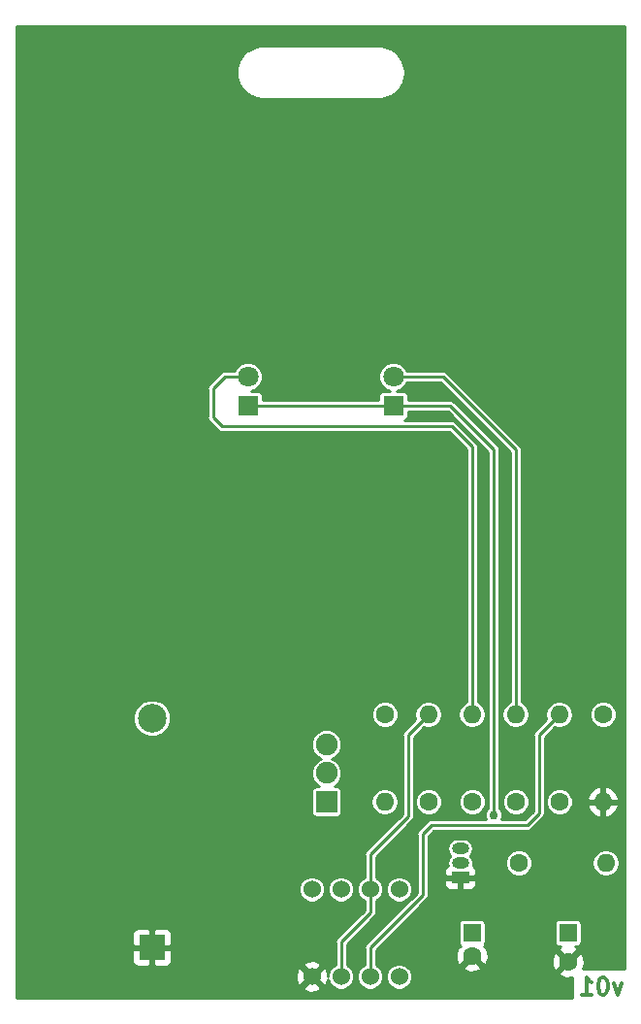
<source format=gbl>
G04 #@! TF.GenerationSoftware,KiCad,Pcbnew,(5.0.2)-1*
G04 #@! TF.CreationDate,2019-01-01T16:04:13-08:00*
G04 #@! TF.ProjectId,555_Badge,3535355f-4261-4646-9765-2e6b69636164,v01*
G04 #@! TF.SameCoordinates,Original*
G04 #@! TF.FileFunction,Copper,L2,Bot*
G04 #@! TF.FilePolarity,Positive*
%FSLAX46Y46*%
G04 Gerber Fmt 4.6, Leading zero omitted, Abs format (unit mm)*
G04 Created by KiCad (PCBNEW (5.0.2)-1) date 1/1/2019 4:04:13 PM*
%MOMM*%
%LPD*%
G01*
G04 APERTURE LIST*
G04 #@! TA.AperFunction,NonConductor*
%ADD10C,0.300000*%
G04 #@! TD*
G04 #@! TA.AperFunction,ComponentPad*
%ADD11R,2.170000X2.170000*%
G04 #@! TD*
G04 #@! TA.AperFunction,ComponentPad*
%ADD12C,2.500000*%
G04 #@! TD*
G04 #@! TA.AperFunction,ComponentPad*
%ADD13R,1.600000X1.600000*%
G04 #@! TD*
G04 #@! TA.AperFunction,ComponentPad*
%ADD14C,1.600000*%
G04 #@! TD*
G04 #@! TA.AperFunction,ComponentPad*
%ADD15R,1.800000X1.800000*%
G04 #@! TD*
G04 #@! TA.AperFunction,ComponentPad*
%ADD16C,1.800000*%
G04 #@! TD*
G04 #@! TA.AperFunction,ComponentPad*
%ADD17O,1.500000X1.000000*%
G04 #@! TD*
G04 #@! TA.AperFunction,ComponentPad*
%ADD18R,1.500000X1.000000*%
G04 #@! TD*
G04 #@! TA.AperFunction,ComponentPad*
%ADD19O,1.600000X1.600000*%
G04 #@! TD*
G04 #@! TA.AperFunction,ComponentPad*
%ADD20R,1.900000X1.900000*%
G04 #@! TD*
G04 #@! TA.AperFunction,ComponentPad*
%ADD21C,1.900000*%
G04 #@! TD*
G04 #@! TA.AperFunction,ComponentPad*
%ADD22C,1.524000*%
G04 #@! TD*
G04 #@! TA.AperFunction,ViaPad*
%ADD23C,0.762000*%
G04 #@! TD*
G04 #@! TA.AperFunction,Conductor*
%ADD24C,0.254000*%
G04 #@! TD*
G04 APERTURE END LIST*
D10*
X180220714Y-125281571D02*
X179863571Y-126281571D01*
X179506428Y-125281571D01*
X178649285Y-124781571D02*
X178506428Y-124781571D01*
X178363571Y-124853000D01*
X178292142Y-124924428D01*
X178220714Y-125067285D01*
X178149285Y-125353000D01*
X178149285Y-125710142D01*
X178220714Y-125995857D01*
X178292142Y-126138714D01*
X178363571Y-126210142D01*
X178506428Y-126281571D01*
X178649285Y-126281571D01*
X178792142Y-126210142D01*
X178863571Y-126138714D01*
X178935000Y-125995857D01*
X179006428Y-125710142D01*
X179006428Y-125353000D01*
X178935000Y-125067285D01*
X178863571Y-124924428D01*
X178792142Y-124853000D01*
X178649285Y-124781571D01*
X176720714Y-126281571D02*
X177577857Y-126281571D01*
X177149285Y-126281571D02*
X177149285Y-124781571D01*
X177292142Y-124995857D01*
X177435000Y-125138714D01*
X177577857Y-125210142D01*
D11*
G04 #@! TO.P,BAT1,Neg*
G04 #@! TO.N,GND*
X139192000Y-122174000D03*
D12*
G04 #@! TO.P,BAT1,Pos*
G04 #@! TO.N,Net-(BAT1-PadPos)*
X139192000Y-102174000D03*
G04 #@! TD*
D13*
G04 #@! TO.P,C1,1*
G04 #@! TO.N,Net-(C1-Pad1)*
X167132000Y-120904000D03*
D14*
G04 #@! TO.P,C1,2*
G04 #@! TO.N,GND*
X167132000Y-122904000D03*
G04 #@! TD*
D13*
G04 #@! TO.P,C2,1*
G04 #@! TO.N,Net-(C2-Pad1)*
X175514000Y-120904000D03*
D14*
G04 #@! TO.P,C2,2*
G04 #@! TO.N,GND*
X175514000Y-123404000D03*
G04 #@! TD*
D15*
G04 #@! TO.P,D1,1*
G04 #@! TO.N,Net-(D1-Pad1)*
X147574000Y-74930000D03*
D16*
G04 #@! TO.P,D1,2*
G04 #@! TO.N,Net-(D1-Pad2)*
X147574000Y-72390000D03*
G04 #@! TD*
G04 #@! TO.P,D2,2*
G04 #@! TO.N,Net-(D2-Pad2)*
X160274000Y-72390000D03*
D15*
G04 #@! TO.P,D2,1*
G04 #@! TO.N,Net-(D1-Pad1)*
X160274000Y-74930000D03*
G04 #@! TD*
D17*
G04 #@! TO.P,Q1,2*
G04 #@! TO.N,Net-(Q1-Pad2)*
X166116000Y-114808000D03*
G04 #@! TO.P,Q1,3*
G04 #@! TO.N,Net-(D1-Pad1)*
X166116000Y-113538000D03*
D18*
G04 #@! TO.P,Q1,1*
G04 #@! TO.N,GND*
X166116000Y-116078000D03*
G04 #@! TD*
D14*
G04 #@! TO.P,R1,1*
G04 #@! TO.N,VCC*
X159512000Y-101854000D03*
D19*
G04 #@! TO.P,R1,2*
G04 #@! TO.N,Net-(R1-Pad2)*
X159512000Y-109474000D03*
G04 #@! TD*
G04 #@! TO.P,R2,2*
G04 #@! TO.N,Net-(C1-Pad1)*
X163322000Y-101854000D03*
D14*
G04 #@! TO.P,R2,1*
G04 #@! TO.N,Net-(R1-Pad2)*
X163322000Y-109474000D03*
G04 #@! TD*
G04 #@! TO.P,R3,1*
G04 #@! TO.N,Net-(C2-Pad1)*
X174752000Y-109474000D03*
D19*
G04 #@! TO.P,R3,2*
G04 #@! TO.N,Net-(R3-Pad2)*
X174752000Y-101854000D03*
G04 #@! TD*
D14*
G04 #@! TO.P,R4,1*
G04 #@! TO.N,Net-(C2-Pad1)*
X178562000Y-101854000D03*
D19*
G04 #@! TO.P,R4,2*
G04 #@! TO.N,GND*
X178562000Y-109474000D03*
G04 #@! TD*
G04 #@! TO.P,R5,2*
G04 #@! TO.N,Net-(C2-Pad1)*
X178816000Y-114808000D03*
D14*
G04 #@! TO.P,R5,1*
G04 #@! TO.N,Net-(Q1-Pad2)*
X171196000Y-114808000D03*
G04 #@! TD*
G04 #@! TO.P,R6,1*
G04 #@! TO.N,VCC*
X167132000Y-109474000D03*
D19*
G04 #@! TO.P,R6,2*
G04 #@! TO.N,Net-(D1-Pad2)*
X167132000Y-101854000D03*
G04 #@! TD*
G04 #@! TO.P,R7,2*
G04 #@! TO.N,Net-(D2-Pad2)*
X170942000Y-101854000D03*
D14*
G04 #@! TO.P,R7,1*
G04 #@! TO.N,VCC*
X170942000Y-109474000D03*
G04 #@! TD*
D20*
G04 #@! TO.P,S1,1*
G04 #@! TO.N,Net-(S1-Pad1)*
X154432000Y-109474000D03*
D21*
G04 #@! TO.P,S1,2*
G04 #@! TO.N,VCC*
X154432000Y-106974000D03*
G04 #@! TO.P,S1,3*
G04 #@! TO.N,Net-(BAT1-PadPos)*
X154432000Y-104474000D03*
G04 #@! TD*
D22*
G04 #@! TO.P,U1,8*
G04 #@! TO.N,VCC*
X153162000Y-117094000D03*
G04 #@! TO.P,U1,7*
G04 #@! TO.N,Net-(R1-Pad2)*
X155702000Y-117094000D03*
G04 #@! TO.P,U1,6*
G04 #@! TO.N,Net-(C1-Pad1)*
X158242000Y-117094000D03*
G04 #@! TO.P,U1,5*
G04 #@! TO.N,Net-(U1-Pad5)*
X160782000Y-117094000D03*
G04 #@! TO.P,U1,4*
G04 #@! TO.N,VCC*
X160782000Y-124714000D03*
G04 #@! TO.P,U1,3*
G04 #@! TO.N,Net-(R3-Pad2)*
X158242000Y-124714000D03*
G04 #@! TO.P,U1,2*
G04 #@! TO.N,Net-(C1-Pad1)*
X155702000Y-124714000D03*
G04 #@! TO.P,U1,1*
G04 #@! TO.N,GND*
X153162000Y-124714000D03*
G04 #@! TD*
D23*
G04 #@! TO.N,Net-(D1-Pad1)*
X169037000Y-110617000D03*
G04 #@! TD*
D24*
G04 #@! TO.N,Net-(C1-Pad1)*
X158242000Y-117094000D02*
X158242000Y-119126000D01*
X158242000Y-119126000D02*
X155702000Y-121666000D01*
X155702000Y-121666000D02*
X155702000Y-124714000D01*
X161544000Y-103632000D02*
X163322000Y-101854000D01*
X161544000Y-110744000D02*
X161544000Y-103632000D01*
X158242000Y-117094000D02*
X158242000Y-114046000D01*
X158242000Y-114046000D02*
X161544000Y-110744000D01*
G04 #@! TO.N,Net-(D1-Pad1)*
X148728000Y-74930000D02*
X160274000Y-74930000D01*
X147574000Y-74930000D02*
X148728000Y-74930000D01*
X165227000Y-74930000D02*
X160274000Y-74930000D01*
X169037000Y-101727000D02*
X169037000Y-78740000D01*
X169037000Y-78740000D02*
X165227000Y-74930000D01*
X169037000Y-101727000D02*
X169037000Y-110617000D01*
G04 #@! TO.N,Net-(D1-Pad2)*
X167132000Y-78486000D02*
X167132000Y-101854000D01*
X145542000Y-72390000D02*
X144526000Y-73406000D01*
X147574000Y-72390000D02*
X145542000Y-72390000D01*
X144526000Y-73406000D02*
X144526000Y-75946000D01*
X144526000Y-75946000D02*
X145288000Y-76708000D01*
X145288000Y-76708000D02*
X165354000Y-76708000D01*
X165354000Y-76708000D02*
X167132000Y-78486000D01*
G04 #@! TO.N,Net-(D2-Pad2)*
X170942000Y-101854000D02*
X170942000Y-78740000D01*
X170942000Y-78740000D02*
X164592000Y-72390000D01*
X164592000Y-72390000D02*
X160274000Y-72390000D01*
G04 #@! TO.N,Net-(R3-Pad2)*
X172974000Y-103632000D02*
X174752000Y-101854000D01*
X172974000Y-110490000D02*
X172974000Y-103632000D01*
X158242000Y-122174000D02*
X162814000Y-117602000D01*
X158242000Y-124714000D02*
X158242000Y-122174000D01*
X162814000Y-117602000D02*
X162814000Y-112268000D01*
X162814000Y-112268000D02*
X163576000Y-111506000D01*
X163576000Y-111506000D02*
X171958000Y-111506000D01*
X171958000Y-111506000D02*
X172974000Y-110490000D01*
G04 #@! TD*
G04 #@! TO.N,GND*
G36*
X180454301Y-124067000D02*
X176800575Y-124067000D01*
X176960965Y-123620777D01*
X176933778Y-123050546D01*
X176767864Y-122649995D01*
X176521745Y-122575861D01*
X175693605Y-123404000D01*
X175707748Y-123418142D01*
X175528142Y-123597748D01*
X175514000Y-123583605D01*
X174685861Y-124411745D01*
X174759995Y-124657864D01*
X175297223Y-124850965D01*
X175867454Y-124823778D01*
X175904000Y-124808640D01*
X175904000Y-126606300D01*
X127393700Y-126606300D01*
X127393700Y-125694213D01*
X152361392Y-125694213D01*
X152430857Y-125936397D01*
X152954302Y-126123144D01*
X153509368Y-126095362D01*
X153893143Y-125936397D01*
X153962608Y-125694213D01*
X153162000Y-124893605D01*
X152361392Y-125694213D01*
X127393700Y-125694213D01*
X127393700Y-124506302D01*
X151752856Y-124506302D01*
X151780638Y-125061368D01*
X151939603Y-125445143D01*
X152181787Y-125514608D01*
X152982395Y-124714000D01*
X153341605Y-124714000D01*
X154142213Y-125514608D01*
X154384397Y-125445143D01*
X154561756Y-124948011D01*
X154733011Y-125361458D01*
X155054542Y-125682989D01*
X155474643Y-125857000D01*
X155929357Y-125857000D01*
X156349458Y-125682989D01*
X156670989Y-125361458D01*
X156845000Y-124941357D01*
X156845000Y-124486643D01*
X156670989Y-124066542D01*
X156349458Y-123745011D01*
X156210000Y-123687246D01*
X156210000Y-121876420D01*
X158565832Y-119520588D01*
X158608247Y-119492247D01*
X158720525Y-119324212D01*
X158750000Y-119176032D01*
X158750000Y-119176029D01*
X158759951Y-119126001D01*
X158750000Y-119075973D01*
X158750000Y-118120754D01*
X158889458Y-118062989D01*
X159210989Y-117741458D01*
X159385000Y-117321357D01*
X159385000Y-116866643D01*
X159639000Y-116866643D01*
X159639000Y-117321357D01*
X159813011Y-117741458D01*
X160134542Y-118062989D01*
X160554643Y-118237000D01*
X161009357Y-118237000D01*
X161429458Y-118062989D01*
X161750989Y-117741458D01*
X161925000Y-117321357D01*
X161925000Y-116866643D01*
X161750989Y-116446542D01*
X161429458Y-116125011D01*
X161009357Y-115951000D01*
X160554643Y-115951000D01*
X160134542Y-116125011D01*
X159813011Y-116446542D01*
X159639000Y-116866643D01*
X159385000Y-116866643D01*
X159210989Y-116446542D01*
X158889458Y-116125011D01*
X158750000Y-116067246D01*
X158750000Y-114256420D01*
X161867836Y-111138585D01*
X161910247Y-111110247D01*
X161938586Y-111067835D01*
X161938588Y-111067833D01*
X162022525Y-110942212D01*
X162022525Y-110942211D01*
X162052000Y-110794032D01*
X162052000Y-110794029D01*
X162061951Y-110744001D01*
X162052000Y-110693973D01*
X162052000Y-109239085D01*
X162141000Y-109239085D01*
X162141000Y-109708915D01*
X162320797Y-110142983D01*
X162653017Y-110475203D01*
X163087085Y-110655000D01*
X163556915Y-110655000D01*
X163990983Y-110475203D01*
X164323203Y-110142983D01*
X164503000Y-109708915D01*
X164503000Y-109239085D01*
X165951000Y-109239085D01*
X165951000Y-109708915D01*
X166130797Y-110142983D01*
X166463017Y-110475203D01*
X166897085Y-110655000D01*
X167366915Y-110655000D01*
X167800983Y-110475203D01*
X168133203Y-110142983D01*
X168313000Y-109708915D01*
X168313000Y-109239085D01*
X168133203Y-108805017D01*
X167800983Y-108472797D01*
X167366915Y-108293000D01*
X166897085Y-108293000D01*
X166463017Y-108472797D01*
X166130797Y-108805017D01*
X165951000Y-109239085D01*
X164503000Y-109239085D01*
X164323203Y-108805017D01*
X163990983Y-108472797D01*
X163556915Y-108293000D01*
X163087085Y-108293000D01*
X162653017Y-108472797D01*
X162320797Y-108805017D01*
X162141000Y-109239085D01*
X162052000Y-109239085D01*
X162052000Y-103842420D01*
X162916869Y-102977552D01*
X163205682Y-103035000D01*
X163438318Y-103035000D01*
X163782803Y-102966478D01*
X164173453Y-102705453D01*
X164434478Y-102314803D01*
X164526137Y-101854000D01*
X164434478Y-101393197D01*
X164173453Y-101002547D01*
X163782803Y-100741522D01*
X163438318Y-100673000D01*
X163205682Y-100673000D01*
X162861197Y-100741522D01*
X162470547Y-101002547D01*
X162209522Y-101393197D01*
X162117863Y-101854000D01*
X162198448Y-102259131D01*
X161220166Y-103237414D01*
X161177754Y-103265753D01*
X161149415Y-103308165D01*
X161149412Y-103308168D01*
X161065475Y-103433789D01*
X161026049Y-103632000D01*
X161036001Y-103682033D01*
X161036000Y-110533579D01*
X157918166Y-113651414D01*
X157875754Y-113679753D01*
X157847415Y-113722165D01*
X157847412Y-113722168D01*
X157763475Y-113847789D01*
X157724049Y-114046000D01*
X157734001Y-114096033D01*
X157734000Y-116067246D01*
X157594542Y-116125011D01*
X157273011Y-116446542D01*
X157099000Y-116866643D01*
X157099000Y-117321357D01*
X157273011Y-117741458D01*
X157594542Y-118062989D01*
X157734001Y-118120754D01*
X157734001Y-118915579D01*
X155378168Y-121271412D01*
X155335753Y-121299753D01*
X155223475Y-121467789D01*
X155194000Y-121615969D01*
X155194000Y-121615972D01*
X155184049Y-121666000D01*
X155194000Y-121716028D01*
X155194001Y-123687246D01*
X155054542Y-123745011D01*
X154733011Y-124066542D01*
X154559000Y-124486643D01*
X154559000Y-124679069D01*
X154543362Y-124366632D01*
X154384397Y-123982857D01*
X154142213Y-123913392D01*
X153341605Y-124714000D01*
X152982395Y-124714000D01*
X152181787Y-123913392D01*
X151939603Y-123982857D01*
X151752856Y-124506302D01*
X127393700Y-124506302D01*
X127393700Y-122459750D01*
X137472000Y-122459750D01*
X137472000Y-123385309D01*
X137568673Y-123618698D01*
X137747301Y-123797327D01*
X137980690Y-123894000D01*
X138906250Y-123894000D01*
X139065000Y-123735250D01*
X139065000Y-122301000D01*
X139319000Y-122301000D01*
X139319000Y-123735250D01*
X139477750Y-123894000D01*
X140403310Y-123894000D01*
X140636699Y-123797327D01*
X140700238Y-123733787D01*
X152361392Y-123733787D01*
X153162000Y-124534395D01*
X153962608Y-123733787D01*
X153893143Y-123491603D01*
X153369698Y-123304856D01*
X152814632Y-123332638D01*
X152430857Y-123491603D01*
X152361392Y-123733787D01*
X140700238Y-123733787D01*
X140815327Y-123618698D01*
X140912000Y-123385309D01*
X140912000Y-122459750D01*
X140753250Y-122301000D01*
X139319000Y-122301000D01*
X139065000Y-122301000D01*
X137630750Y-122301000D01*
X137472000Y-122459750D01*
X127393700Y-122459750D01*
X127393700Y-120962691D01*
X137472000Y-120962691D01*
X137472000Y-121888250D01*
X137630750Y-122047000D01*
X139065000Y-122047000D01*
X139065000Y-120612750D01*
X139319000Y-120612750D01*
X139319000Y-122047000D01*
X140753250Y-122047000D01*
X140912000Y-121888250D01*
X140912000Y-120962691D01*
X140815327Y-120729302D01*
X140636699Y-120550673D01*
X140403310Y-120454000D01*
X139477750Y-120454000D01*
X139319000Y-120612750D01*
X139065000Y-120612750D01*
X138906250Y-120454000D01*
X137980690Y-120454000D01*
X137747301Y-120550673D01*
X137568673Y-120729302D01*
X137472000Y-120962691D01*
X127393700Y-120962691D01*
X127393700Y-116866643D01*
X152019000Y-116866643D01*
X152019000Y-117321357D01*
X152193011Y-117741458D01*
X152514542Y-118062989D01*
X152934643Y-118237000D01*
X153389357Y-118237000D01*
X153809458Y-118062989D01*
X154130989Y-117741458D01*
X154305000Y-117321357D01*
X154305000Y-116866643D01*
X154559000Y-116866643D01*
X154559000Y-117321357D01*
X154733011Y-117741458D01*
X155054542Y-118062989D01*
X155474643Y-118237000D01*
X155929357Y-118237000D01*
X156349458Y-118062989D01*
X156670989Y-117741458D01*
X156845000Y-117321357D01*
X156845000Y-116866643D01*
X156670989Y-116446542D01*
X156349458Y-116125011D01*
X155929357Y-115951000D01*
X155474643Y-115951000D01*
X155054542Y-116125011D01*
X154733011Y-116446542D01*
X154559000Y-116866643D01*
X154305000Y-116866643D01*
X154130989Y-116446542D01*
X153809458Y-116125011D01*
X153389357Y-115951000D01*
X152934643Y-115951000D01*
X152514542Y-116125011D01*
X152193011Y-116446542D01*
X152019000Y-116866643D01*
X127393700Y-116866643D01*
X127393700Y-108524000D01*
X153093536Y-108524000D01*
X153093536Y-110424000D01*
X153123106Y-110572659D01*
X153207314Y-110698686D01*
X153333341Y-110782894D01*
X153482000Y-110812464D01*
X155382000Y-110812464D01*
X155530659Y-110782894D01*
X155656686Y-110698686D01*
X155740894Y-110572659D01*
X155770464Y-110424000D01*
X155770464Y-109474000D01*
X158307863Y-109474000D01*
X158399522Y-109934803D01*
X158660547Y-110325453D01*
X159051197Y-110586478D01*
X159395682Y-110655000D01*
X159628318Y-110655000D01*
X159972803Y-110586478D01*
X160363453Y-110325453D01*
X160624478Y-109934803D01*
X160716137Y-109474000D01*
X160624478Y-109013197D01*
X160363453Y-108622547D01*
X159972803Y-108361522D01*
X159628318Y-108293000D01*
X159395682Y-108293000D01*
X159051197Y-108361522D01*
X158660547Y-108622547D01*
X158399522Y-109013197D01*
X158307863Y-109474000D01*
X155770464Y-109474000D01*
X155770464Y-108524000D01*
X155740894Y-108375341D01*
X155656686Y-108249314D01*
X155530659Y-108165106D01*
X155382000Y-108135536D01*
X155105874Y-108135536D01*
X155185951Y-108102367D01*
X155560367Y-107727951D01*
X155763000Y-107238752D01*
X155763000Y-106709248D01*
X155560367Y-106220049D01*
X155185951Y-105845633D01*
X154892303Y-105724000D01*
X155185951Y-105602367D01*
X155560367Y-105227951D01*
X155763000Y-104738752D01*
X155763000Y-104209248D01*
X155560367Y-103720049D01*
X155185951Y-103345633D01*
X154696752Y-103143000D01*
X154167248Y-103143000D01*
X153678049Y-103345633D01*
X153303633Y-103720049D01*
X153101000Y-104209248D01*
X153101000Y-104738752D01*
X153303633Y-105227951D01*
X153678049Y-105602367D01*
X153971697Y-105724000D01*
X153678049Y-105845633D01*
X153303633Y-106220049D01*
X153101000Y-106709248D01*
X153101000Y-107238752D01*
X153303633Y-107727951D01*
X153678049Y-108102367D01*
X153758126Y-108135536D01*
X153482000Y-108135536D01*
X153333341Y-108165106D01*
X153207314Y-108249314D01*
X153123106Y-108375341D01*
X153093536Y-108524000D01*
X127393700Y-108524000D01*
X127393700Y-101849574D01*
X137561000Y-101849574D01*
X137561000Y-102498426D01*
X137809305Y-103097887D01*
X138268113Y-103556695D01*
X138867574Y-103805000D01*
X139516426Y-103805000D01*
X140115887Y-103556695D01*
X140574695Y-103097887D01*
X140823000Y-102498426D01*
X140823000Y-101849574D01*
X140727529Y-101619085D01*
X158331000Y-101619085D01*
X158331000Y-102088915D01*
X158510797Y-102522983D01*
X158843017Y-102855203D01*
X159277085Y-103035000D01*
X159746915Y-103035000D01*
X160180983Y-102855203D01*
X160513203Y-102522983D01*
X160693000Y-102088915D01*
X160693000Y-101619085D01*
X160513203Y-101185017D01*
X160180983Y-100852797D01*
X159746915Y-100673000D01*
X159277085Y-100673000D01*
X158843017Y-100852797D01*
X158510797Y-101185017D01*
X158331000Y-101619085D01*
X140727529Y-101619085D01*
X140574695Y-101250113D01*
X140115887Y-100791305D01*
X139516426Y-100543000D01*
X138867574Y-100543000D01*
X138268113Y-100791305D01*
X137809305Y-101250113D01*
X137561000Y-101849574D01*
X127393700Y-101849574D01*
X127393700Y-73406000D01*
X144008049Y-73406000D01*
X144018000Y-73456028D01*
X144018001Y-75895967D01*
X144008049Y-75946000D01*
X144047475Y-76144211D01*
X144131412Y-76269832D01*
X144131415Y-76269835D01*
X144159754Y-76312247D01*
X144202166Y-76340586D01*
X144893414Y-77031835D01*
X144921753Y-77074247D01*
X144964165Y-77102586D01*
X144964167Y-77102588D01*
X145089788Y-77186525D01*
X145237968Y-77216000D01*
X145237972Y-77216000D01*
X145288000Y-77225951D01*
X145338028Y-77216000D01*
X165143580Y-77216000D01*
X166624000Y-78696421D01*
X166624001Y-100773058D01*
X166280547Y-101002547D01*
X166019522Y-101393197D01*
X165927863Y-101854000D01*
X166019522Y-102314803D01*
X166280547Y-102705453D01*
X166671197Y-102966478D01*
X167015682Y-103035000D01*
X167248318Y-103035000D01*
X167592803Y-102966478D01*
X167983453Y-102705453D01*
X168244478Y-102314803D01*
X168336137Y-101854000D01*
X168244478Y-101393197D01*
X167983453Y-101002547D01*
X167640000Y-100773058D01*
X167640000Y-78536028D01*
X167649951Y-78486000D01*
X167640000Y-78435972D01*
X167640000Y-78435968D01*
X167610525Y-78287788D01*
X167566599Y-78222048D01*
X167526588Y-78162167D01*
X167526586Y-78162165D01*
X167498247Y-78119753D01*
X167455836Y-78091415D01*
X165748587Y-76384167D01*
X165720247Y-76341753D01*
X165552212Y-76229475D01*
X165404032Y-76200000D01*
X165404028Y-76200000D01*
X165354000Y-76190049D01*
X165303972Y-76200000D01*
X161266825Y-76200000D01*
X161322659Y-76188894D01*
X161448686Y-76104686D01*
X161532894Y-75978659D01*
X161562464Y-75830000D01*
X161562464Y-75438000D01*
X165016580Y-75438000D01*
X168529001Y-78950422D01*
X168529000Y-101676968D01*
X168529000Y-101676969D01*
X168529001Y-110047369D01*
X168391008Y-110185362D01*
X168275000Y-110465429D01*
X168275000Y-110768571D01*
X168370033Y-110998000D01*
X163626028Y-110998000D01*
X163576000Y-110988049D01*
X163525972Y-110998000D01*
X163525968Y-110998000D01*
X163377788Y-111027475D01*
X163252167Y-111111412D01*
X163252165Y-111111414D01*
X163209753Y-111139753D01*
X163181414Y-111182165D01*
X162490166Y-111873414D01*
X162447754Y-111901753D01*
X162419415Y-111944165D01*
X162419412Y-111944168D01*
X162335475Y-112069789D01*
X162296049Y-112268000D01*
X162306001Y-112318033D01*
X162306000Y-117391580D01*
X157918166Y-121779414D01*
X157875754Y-121807753D01*
X157847415Y-121850165D01*
X157847412Y-121850168D01*
X157763475Y-121975789D01*
X157724049Y-122174000D01*
X157734001Y-122224033D01*
X157734000Y-123687246D01*
X157594542Y-123745011D01*
X157273011Y-124066542D01*
X157099000Y-124486643D01*
X157099000Y-124941357D01*
X157273011Y-125361458D01*
X157594542Y-125682989D01*
X158014643Y-125857000D01*
X158469357Y-125857000D01*
X158889458Y-125682989D01*
X159210989Y-125361458D01*
X159385000Y-124941357D01*
X159385000Y-124486643D01*
X159639000Y-124486643D01*
X159639000Y-124941357D01*
X159813011Y-125361458D01*
X160134542Y-125682989D01*
X160554643Y-125857000D01*
X161009357Y-125857000D01*
X161429458Y-125682989D01*
X161750989Y-125361458D01*
X161925000Y-124941357D01*
X161925000Y-124486643D01*
X161750989Y-124066542D01*
X161596192Y-123911745D01*
X166303861Y-123911745D01*
X166377995Y-124157864D01*
X166915223Y-124350965D01*
X167485454Y-124323778D01*
X167886005Y-124157864D01*
X167960139Y-123911745D01*
X167132000Y-123083605D01*
X166303861Y-123911745D01*
X161596192Y-123911745D01*
X161429458Y-123745011D01*
X161009357Y-123571000D01*
X160554643Y-123571000D01*
X160134542Y-123745011D01*
X159813011Y-124066542D01*
X159639000Y-124486643D01*
X159385000Y-124486643D01*
X159210989Y-124066542D01*
X158889458Y-123745011D01*
X158750000Y-123687246D01*
X158750000Y-122687223D01*
X165685035Y-122687223D01*
X165712222Y-123257454D01*
X165878136Y-123658005D01*
X166124255Y-123732139D01*
X166952395Y-122904000D01*
X166938252Y-122889858D01*
X167117858Y-122710252D01*
X167132000Y-122724395D01*
X167146142Y-122710252D01*
X167325748Y-122889858D01*
X167311605Y-122904000D01*
X168139745Y-123732139D01*
X168385864Y-123658005D01*
X168555081Y-123187223D01*
X174067035Y-123187223D01*
X174094222Y-123757454D01*
X174260136Y-124158005D01*
X174506255Y-124232139D01*
X175334395Y-123404000D01*
X174506255Y-122575861D01*
X174260136Y-122649995D01*
X174067035Y-123187223D01*
X168555081Y-123187223D01*
X168578965Y-123120777D01*
X168551778Y-122550546D01*
X168385864Y-122149995D01*
X168139747Y-122075861D01*
X168254622Y-121960986D01*
X168232976Y-121939340D01*
X168290894Y-121852659D01*
X168320464Y-121704000D01*
X168320464Y-120104000D01*
X174325536Y-120104000D01*
X174325536Y-121704000D01*
X174355106Y-121852659D01*
X174439314Y-121978686D01*
X174565341Y-122062894D01*
X174714000Y-122092464D01*
X174899227Y-122092464D01*
X174759995Y-122150136D01*
X174685861Y-122396255D01*
X175514000Y-123224395D01*
X176342139Y-122396255D01*
X176268005Y-122150136D01*
X176107555Y-122092464D01*
X176314000Y-122092464D01*
X176462659Y-122062894D01*
X176588686Y-121978686D01*
X176672894Y-121852659D01*
X176702464Y-121704000D01*
X176702464Y-120104000D01*
X176672894Y-119955341D01*
X176588686Y-119829314D01*
X176462659Y-119745106D01*
X176314000Y-119715536D01*
X174714000Y-119715536D01*
X174565341Y-119745106D01*
X174439314Y-119829314D01*
X174355106Y-119955341D01*
X174325536Y-120104000D01*
X168320464Y-120104000D01*
X168290894Y-119955341D01*
X168206686Y-119829314D01*
X168080659Y-119745106D01*
X167932000Y-119715536D01*
X166332000Y-119715536D01*
X166183341Y-119745106D01*
X166057314Y-119829314D01*
X165973106Y-119955341D01*
X165943536Y-120104000D01*
X165943536Y-121704000D01*
X165973106Y-121852659D01*
X166031024Y-121939340D01*
X166009378Y-121960986D01*
X166124253Y-122075861D01*
X165878136Y-122149995D01*
X165685035Y-122687223D01*
X158750000Y-122687223D01*
X158750000Y-122384420D01*
X163137833Y-117996587D01*
X163180247Y-117968247D01*
X163292525Y-117800212D01*
X163322000Y-117652032D01*
X163322000Y-117652029D01*
X163331951Y-117602001D01*
X163322000Y-117551973D01*
X163322000Y-116363750D01*
X164731000Y-116363750D01*
X164731000Y-116704309D01*
X164827673Y-116937698D01*
X165006301Y-117116327D01*
X165239690Y-117213000D01*
X165830250Y-117213000D01*
X165989000Y-117054250D01*
X165989000Y-116205000D01*
X166243000Y-116205000D01*
X166243000Y-117054250D01*
X166401750Y-117213000D01*
X166992310Y-117213000D01*
X167225699Y-117116327D01*
X167404327Y-116937698D01*
X167501000Y-116704309D01*
X167501000Y-116363750D01*
X167342250Y-116205000D01*
X166243000Y-116205000D01*
X165989000Y-116205000D01*
X164889750Y-116205000D01*
X164731000Y-116363750D01*
X163322000Y-116363750D01*
X163322000Y-115451691D01*
X164731000Y-115451691D01*
X164731000Y-115792250D01*
X164889750Y-115951000D01*
X165989000Y-115951000D01*
X165989000Y-115931000D01*
X166243000Y-115931000D01*
X166243000Y-115951000D01*
X167342250Y-115951000D01*
X167501000Y-115792250D01*
X167501000Y-115451691D01*
X167404327Y-115218302D01*
X167225699Y-115039673D01*
X167218749Y-115036794D01*
X167264259Y-114808000D01*
X167217532Y-114573085D01*
X170015000Y-114573085D01*
X170015000Y-115042915D01*
X170194797Y-115476983D01*
X170527017Y-115809203D01*
X170961085Y-115989000D01*
X171430915Y-115989000D01*
X171864983Y-115809203D01*
X172197203Y-115476983D01*
X172377000Y-115042915D01*
X172377000Y-114808000D01*
X177611863Y-114808000D01*
X177703522Y-115268803D01*
X177964547Y-115659453D01*
X178355197Y-115920478D01*
X178699682Y-115989000D01*
X178932318Y-115989000D01*
X179276803Y-115920478D01*
X179667453Y-115659453D01*
X179928478Y-115268803D01*
X180020137Y-114808000D01*
X179928478Y-114347197D01*
X179667453Y-113956547D01*
X179276803Y-113695522D01*
X178932318Y-113627000D01*
X178699682Y-113627000D01*
X178355197Y-113695522D01*
X177964547Y-113956547D01*
X177703522Y-114347197D01*
X177611863Y-114808000D01*
X172377000Y-114808000D01*
X172377000Y-114573085D01*
X172197203Y-114139017D01*
X171864983Y-113806797D01*
X171430915Y-113627000D01*
X170961085Y-113627000D01*
X170527017Y-113806797D01*
X170194797Y-114139017D01*
X170015000Y-114573085D01*
X167217532Y-114573085D01*
X167195883Y-114464251D01*
X167001275Y-114173000D01*
X167195883Y-113881749D01*
X167264259Y-113538000D01*
X167195883Y-113194251D01*
X167001165Y-112902835D01*
X166709749Y-112708117D01*
X166452767Y-112657000D01*
X165779233Y-112657000D01*
X165522251Y-112708117D01*
X165230835Y-112902835D01*
X165036117Y-113194251D01*
X164967741Y-113538000D01*
X165036117Y-113881749D01*
X165230725Y-114173000D01*
X165036117Y-114464251D01*
X164967741Y-114808000D01*
X165013251Y-115036794D01*
X165006301Y-115039673D01*
X164827673Y-115218302D01*
X164731000Y-115451691D01*
X163322000Y-115451691D01*
X163322000Y-112478420D01*
X163786421Y-112014000D01*
X171907972Y-112014000D01*
X171958000Y-112023951D01*
X172008028Y-112014000D01*
X172008032Y-112014000D01*
X172156212Y-111984525D01*
X172324247Y-111872247D01*
X172352588Y-111829832D01*
X173297835Y-110884585D01*
X173340247Y-110856247D01*
X173368586Y-110813835D01*
X173368588Y-110813833D01*
X173452525Y-110688212D01*
X173472761Y-110586478D01*
X173482000Y-110540032D01*
X173482000Y-110540028D01*
X173491951Y-110490000D01*
X173482000Y-110439972D01*
X173482000Y-109239085D01*
X173571000Y-109239085D01*
X173571000Y-109708915D01*
X173750797Y-110142983D01*
X174083017Y-110475203D01*
X174517085Y-110655000D01*
X174986915Y-110655000D01*
X175420983Y-110475203D01*
X175753203Y-110142983D01*
X175885727Y-109823041D01*
X177170086Y-109823041D01*
X177409611Y-110329134D01*
X177824577Y-110705041D01*
X178212961Y-110865904D01*
X178435000Y-110743915D01*
X178435000Y-109601000D01*
X178689000Y-109601000D01*
X178689000Y-110743915D01*
X178911039Y-110865904D01*
X179299423Y-110705041D01*
X179714389Y-110329134D01*
X179953914Y-109823041D01*
X179832629Y-109601000D01*
X178689000Y-109601000D01*
X178435000Y-109601000D01*
X177291371Y-109601000D01*
X177170086Y-109823041D01*
X175885727Y-109823041D01*
X175933000Y-109708915D01*
X175933000Y-109239085D01*
X175885728Y-109124959D01*
X177170086Y-109124959D01*
X177291371Y-109347000D01*
X178435000Y-109347000D01*
X178435000Y-108204085D01*
X178689000Y-108204085D01*
X178689000Y-109347000D01*
X179832629Y-109347000D01*
X179953914Y-109124959D01*
X179714389Y-108618866D01*
X179299423Y-108242959D01*
X178911039Y-108082096D01*
X178689000Y-108204085D01*
X178435000Y-108204085D01*
X178212961Y-108082096D01*
X177824577Y-108242959D01*
X177409611Y-108618866D01*
X177170086Y-109124959D01*
X175885728Y-109124959D01*
X175753203Y-108805017D01*
X175420983Y-108472797D01*
X174986915Y-108293000D01*
X174517085Y-108293000D01*
X174083017Y-108472797D01*
X173750797Y-108805017D01*
X173571000Y-109239085D01*
X173482000Y-109239085D01*
X173482000Y-103842420D01*
X174346869Y-102977552D01*
X174635682Y-103035000D01*
X174868318Y-103035000D01*
X175212803Y-102966478D01*
X175603453Y-102705453D01*
X175864478Y-102314803D01*
X175956137Y-101854000D01*
X175909410Y-101619085D01*
X177381000Y-101619085D01*
X177381000Y-102088915D01*
X177560797Y-102522983D01*
X177893017Y-102855203D01*
X178327085Y-103035000D01*
X178796915Y-103035000D01*
X179230983Y-102855203D01*
X179563203Y-102522983D01*
X179743000Y-102088915D01*
X179743000Y-101619085D01*
X179563203Y-101185017D01*
X179230983Y-100852797D01*
X178796915Y-100673000D01*
X178327085Y-100673000D01*
X177893017Y-100852797D01*
X177560797Y-101185017D01*
X177381000Y-101619085D01*
X175909410Y-101619085D01*
X175864478Y-101393197D01*
X175603453Y-101002547D01*
X175212803Y-100741522D01*
X174868318Y-100673000D01*
X174635682Y-100673000D01*
X174291197Y-100741522D01*
X173900547Y-101002547D01*
X173639522Y-101393197D01*
X173547863Y-101854000D01*
X173628448Y-102259131D01*
X172650166Y-103237414D01*
X172607754Y-103265753D01*
X172579415Y-103308165D01*
X172579412Y-103308168D01*
X172495475Y-103433789D01*
X172456049Y-103632000D01*
X172466001Y-103682033D01*
X172466000Y-110279579D01*
X171747580Y-110998000D01*
X169703967Y-110998000D01*
X169799000Y-110768571D01*
X169799000Y-110465429D01*
X169682992Y-110185362D01*
X169545000Y-110047370D01*
X169545000Y-109239085D01*
X169761000Y-109239085D01*
X169761000Y-109708915D01*
X169940797Y-110142983D01*
X170273017Y-110475203D01*
X170707085Y-110655000D01*
X171176915Y-110655000D01*
X171610983Y-110475203D01*
X171943203Y-110142983D01*
X172123000Y-109708915D01*
X172123000Y-109239085D01*
X171943203Y-108805017D01*
X171610983Y-108472797D01*
X171176915Y-108293000D01*
X170707085Y-108293000D01*
X170273017Y-108472797D01*
X169940797Y-108805017D01*
X169761000Y-109239085D01*
X169545000Y-109239085D01*
X169545000Y-78790028D01*
X169554951Y-78740000D01*
X169545000Y-78689972D01*
X169545000Y-78689968D01*
X169515525Y-78541788D01*
X169444818Y-78435968D01*
X169431588Y-78416167D01*
X169431586Y-78416165D01*
X169403247Y-78373753D01*
X169360835Y-78345414D01*
X165621588Y-74606168D01*
X165593247Y-74563753D01*
X165425212Y-74451475D01*
X165277032Y-74422000D01*
X165277028Y-74422000D01*
X165227000Y-74412049D01*
X165176972Y-74422000D01*
X161562464Y-74422000D01*
X161562464Y-74030000D01*
X161532894Y-73881341D01*
X161448686Y-73755314D01*
X161322659Y-73671106D01*
X161174000Y-73641536D01*
X160599939Y-73641536D01*
X160999628Y-73475979D01*
X161359979Y-73115628D01*
X161450124Y-72898000D01*
X164381580Y-72898000D01*
X170434001Y-78950422D01*
X170434000Y-100773058D01*
X170090547Y-101002547D01*
X169829522Y-101393197D01*
X169737863Y-101854000D01*
X169829522Y-102314803D01*
X170090547Y-102705453D01*
X170481197Y-102966478D01*
X170825682Y-103035000D01*
X171058318Y-103035000D01*
X171402803Y-102966478D01*
X171793453Y-102705453D01*
X172054478Y-102314803D01*
X172146137Y-101854000D01*
X172054478Y-101393197D01*
X171793453Y-101002547D01*
X171450000Y-100773058D01*
X171450000Y-78790027D01*
X171459951Y-78739999D01*
X171450000Y-78689971D01*
X171450000Y-78689968D01*
X171420525Y-78541788D01*
X171336588Y-78416167D01*
X171336586Y-78416165D01*
X171308247Y-78373753D01*
X171265835Y-78345414D01*
X164986588Y-72066168D01*
X164958247Y-72023753D01*
X164790212Y-71911475D01*
X164642032Y-71882000D01*
X164642028Y-71882000D01*
X164592000Y-71872049D01*
X164541972Y-71882000D01*
X161450124Y-71882000D01*
X161359979Y-71664372D01*
X160999628Y-71304021D01*
X160528807Y-71109000D01*
X160019193Y-71109000D01*
X159548372Y-71304021D01*
X159188021Y-71664372D01*
X158993000Y-72135193D01*
X158993000Y-72644807D01*
X159188021Y-73115628D01*
X159548372Y-73475979D01*
X159948061Y-73641536D01*
X159374000Y-73641536D01*
X159225341Y-73671106D01*
X159099314Y-73755314D01*
X159015106Y-73881341D01*
X158985536Y-74030000D01*
X158985536Y-74422000D01*
X148862464Y-74422000D01*
X148862464Y-74030000D01*
X148832894Y-73881341D01*
X148748686Y-73755314D01*
X148622659Y-73671106D01*
X148474000Y-73641536D01*
X147899939Y-73641536D01*
X148299628Y-73475979D01*
X148659979Y-73115628D01*
X148855000Y-72644807D01*
X148855000Y-72135193D01*
X148659979Y-71664372D01*
X148299628Y-71304021D01*
X147828807Y-71109000D01*
X147319193Y-71109000D01*
X146848372Y-71304021D01*
X146488021Y-71664372D01*
X146397876Y-71882000D01*
X145592028Y-71882000D01*
X145542000Y-71872049D01*
X145491972Y-71882000D01*
X145491968Y-71882000D01*
X145343788Y-71911475D01*
X145218167Y-71995412D01*
X145218165Y-71995414D01*
X145175753Y-72023753D01*
X145147414Y-72066165D01*
X144202168Y-73011412D01*
X144159753Y-73039753D01*
X144047475Y-73207789D01*
X144018000Y-73355969D01*
X144018000Y-73355972D01*
X144008049Y-73406000D01*
X127393700Y-73406000D01*
X127393700Y-45586057D01*
X146562932Y-45586057D01*
X146562932Y-45590867D01*
X146566232Y-46130982D01*
X146574124Y-46183790D01*
X146581381Y-46236765D01*
X146582732Y-46241382D01*
X146737491Y-46758861D01*
X146759897Y-46807351D01*
X146781721Y-46856140D01*
X146784312Y-46860192D01*
X147078091Y-47313436D01*
X147113177Y-47353656D01*
X147147846Y-47394392D01*
X147151471Y-47397553D01*
X147560650Y-47750125D01*
X147605621Y-47778884D01*
X147650323Y-47808249D01*
X147654690Y-47810266D01*
X148146378Y-48033823D01*
X148197638Y-48048812D01*
X148248760Y-48064442D01*
X148253517Y-48065153D01*
X148777647Y-48140215D01*
X148805224Y-48145700D01*
X159042776Y-48145700D01*
X159063478Y-48141582D01*
X159083086Y-48141582D01*
X159087843Y-48140871D01*
X159621537Y-48057774D01*
X159672590Y-48042165D01*
X159723920Y-48027155D01*
X159728287Y-48025137D01*
X160217207Y-47795589D01*
X160261822Y-47766282D01*
X160306880Y-47737467D01*
X160310504Y-47734304D01*
X160715346Y-47376760D01*
X160749939Y-47336112D01*
X160785102Y-47295805D01*
X160787693Y-47291753D01*
X161075912Y-46834954D01*
X161097721Y-46786200D01*
X161120143Y-46737675D01*
X161121492Y-46733058D01*
X161269918Y-46213726D01*
X161277165Y-46160820D01*
X161285068Y-46107943D01*
X161285068Y-46103133D01*
X161281768Y-45563018D01*
X161273876Y-45510210D01*
X161266619Y-45457235D01*
X161265268Y-45452618D01*
X161110509Y-44935139D01*
X161088128Y-44886703D01*
X161066280Y-44837860D01*
X161063688Y-44833808D01*
X160769910Y-44380564D01*
X160734783Y-44340297D01*
X160700154Y-44299608D01*
X160696529Y-44296446D01*
X160287349Y-43943875D01*
X160242371Y-43915110D01*
X160197677Y-43885751D01*
X160193310Y-43883734D01*
X159701622Y-43660177D01*
X159650362Y-43645188D01*
X159599240Y-43629558D01*
X159594483Y-43628847D01*
X159070353Y-43553785D01*
X159042776Y-43548300D01*
X148805224Y-43548300D01*
X148784522Y-43552418D01*
X148764914Y-43552418D01*
X148760157Y-43553129D01*
X148226462Y-43636226D01*
X148175387Y-43651842D01*
X148124080Y-43666845D01*
X148119713Y-43668863D01*
X147630793Y-43898411D01*
X147586148Y-43927737D01*
X147541120Y-43956534D01*
X147537495Y-43959696D01*
X147132654Y-44317241D01*
X147098038Y-44357914D01*
X147062899Y-44398195D01*
X147060307Y-44402247D01*
X146772088Y-44859045D01*
X146750272Y-44907815D01*
X146727857Y-44956325D01*
X146726508Y-44960942D01*
X146578082Y-45480274D01*
X146570836Y-45533174D01*
X146562932Y-45586057D01*
X127393700Y-45586057D01*
X127393700Y-41795700D01*
X180454300Y-41795700D01*
X180454301Y-124067000D01*
X180454301Y-124067000D01*
G37*
X180454301Y-124067000D02*
X176800575Y-124067000D01*
X176960965Y-123620777D01*
X176933778Y-123050546D01*
X176767864Y-122649995D01*
X176521745Y-122575861D01*
X175693605Y-123404000D01*
X175707748Y-123418142D01*
X175528142Y-123597748D01*
X175514000Y-123583605D01*
X174685861Y-124411745D01*
X174759995Y-124657864D01*
X175297223Y-124850965D01*
X175867454Y-124823778D01*
X175904000Y-124808640D01*
X175904000Y-126606300D01*
X127393700Y-126606300D01*
X127393700Y-125694213D01*
X152361392Y-125694213D01*
X152430857Y-125936397D01*
X152954302Y-126123144D01*
X153509368Y-126095362D01*
X153893143Y-125936397D01*
X153962608Y-125694213D01*
X153162000Y-124893605D01*
X152361392Y-125694213D01*
X127393700Y-125694213D01*
X127393700Y-124506302D01*
X151752856Y-124506302D01*
X151780638Y-125061368D01*
X151939603Y-125445143D01*
X152181787Y-125514608D01*
X152982395Y-124714000D01*
X153341605Y-124714000D01*
X154142213Y-125514608D01*
X154384397Y-125445143D01*
X154561756Y-124948011D01*
X154733011Y-125361458D01*
X155054542Y-125682989D01*
X155474643Y-125857000D01*
X155929357Y-125857000D01*
X156349458Y-125682989D01*
X156670989Y-125361458D01*
X156845000Y-124941357D01*
X156845000Y-124486643D01*
X156670989Y-124066542D01*
X156349458Y-123745011D01*
X156210000Y-123687246D01*
X156210000Y-121876420D01*
X158565832Y-119520588D01*
X158608247Y-119492247D01*
X158720525Y-119324212D01*
X158750000Y-119176032D01*
X158750000Y-119176029D01*
X158759951Y-119126001D01*
X158750000Y-119075973D01*
X158750000Y-118120754D01*
X158889458Y-118062989D01*
X159210989Y-117741458D01*
X159385000Y-117321357D01*
X159385000Y-116866643D01*
X159639000Y-116866643D01*
X159639000Y-117321357D01*
X159813011Y-117741458D01*
X160134542Y-118062989D01*
X160554643Y-118237000D01*
X161009357Y-118237000D01*
X161429458Y-118062989D01*
X161750989Y-117741458D01*
X161925000Y-117321357D01*
X161925000Y-116866643D01*
X161750989Y-116446542D01*
X161429458Y-116125011D01*
X161009357Y-115951000D01*
X160554643Y-115951000D01*
X160134542Y-116125011D01*
X159813011Y-116446542D01*
X159639000Y-116866643D01*
X159385000Y-116866643D01*
X159210989Y-116446542D01*
X158889458Y-116125011D01*
X158750000Y-116067246D01*
X158750000Y-114256420D01*
X161867836Y-111138585D01*
X161910247Y-111110247D01*
X161938586Y-111067835D01*
X161938588Y-111067833D01*
X162022525Y-110942212D01*
X162022525Y-110942211D01*
X162052000Y-110794032D01*
X162052000Y-110794029D01*
X162061951Y-110744001D01*
X162052000Y-110693973D01*
X162052000Y-109239085D01*
X162141000Y-109239085D01*
X162141000Y-109708915D01*
X162320797Y-110142983D01*
X162653017Y-110475203D01*
X163087085Y-110655000D01*
X163556915Y-110655000D01*
X163990983Y-110475203D01*
X164323203Y-110142983D01*
X164503000Y-109708915D01*
X164503000Y-109239085D01*
X165951000Y-109239085D01*
X165951000Y-109708915D01*
X166130797Y-110142983D01*
X166463017Y-110475203D01*
X166897085Y-110655000D01*
X167366915Y-110655000D01*
X167800983Y-110475203D01*
X168133203Y-110142983D01*
X168313000Y-109708915D01*
X168313000Y-109239085D01*
X168133203Y-108805017D01*
X167800983Y-108472797D01*
X167366915Y-108293000D01*
X166897085Y-108293000D01*
X166463017Y-108472797D01*
X166130797Y-108805017D01*
X165951000Y-109239085D01*
X164503000Y-109239085D01*
X164323203Y-108805017D01*
X163990983Y-108472797D01*
X163556915Y-108293000D01*
X163087085Y-108293000D01*
X162653017Y-108472797D01*
X162320797Y-108805017D01*
X162141000Y-109239085D01*
X162052000Y-109239085D01*
X162052000Y-103842420D01*
X162916869Y-102977552D01*
X163205682Y-103035000D01*
X163438318Y-103035000D01*
X163782803Y-102966478D01*
X164173453Y-102705453D01*
X164434478Y-102314803D01*
X164526137Y-101854000D01*
X164434478Y-101393197D01*
X164173453Y-101002547D01*
X163782803Y-100741522D01*
X163438318Y-100673000D01*
X163205682Y-100673000D01*
X162861197Y-100741522D01*
X162470547Y-101002547D01*
X162209522Y-101393197D01*
X162117863Y-101854000D01*
X162198448Y-102259131D01*
X161220166Y-103237414D01*
X161177754Y-103265753D01*
X161149415Y-103308165D01*
X161149412Y-103308168D01*
X161065475Y-103433789D01*
X161026049Y-103632000D01*
X161036001Y-103682033D01*
X161036000Y-110533579D01*
X157918166Y-113651414D01*
X157875754Y-113679753D01*
X157847415Y-113722165D01*
X157847412Y-113722168D01*
X157763475Y-113847789D01*
X157724049Y-114046000D01*
X157734001Y-114096033D01*
X157734000Y-116067246D01*
X157594542Y-116125011D01*
X157273011Y-116446542D01*
X157099000Y-116866643D01*
X157099000Y-117321357D01*
X157273011Y-117741458D01*
X157594542Y-118062989D01*
X157734001Y-118120754D01*
X157734001Y-118915579D01*
X155378168Y-121271412D01*
X155335753Y-121299753D01*
X155223475Y-121467789D01*
X155194000Y-121615969D01*
X155194000Y-121615972D01*
X155184049Y-121666000D01*
X155194000Y-121716028D01*
X155194001Y-123687246D01*
X155054542Y-123745011D01*
X154733011Y-124066542D01*
X154559000Y-124486643D01*
X154559000Y-124679069D01*
X154543362Y-124366632D01*
X154384397Y-123982857D01*
X154142213Y-123913392D01*
X153341605Y-124714000D01*
X152982395Y-124714000D01*
X152181787Y-123913392D01*
X151939603Y-123982857D01*
X151752856Y-124506302D01*
X127393700Y-124506302D01*
X127393700Y-122459750D01*
X137472000Y-122459750D01*
X137472000Y-123385309D01*
X137568673Y-123618698D01*
X137747301Y-123797327D01*
X137980690Y-123894000D01*
X138906250Y-123894000D01*
X139065000Y-123735250D01*
X139065000Y-122301000D01*
X139319000Y-122301000D01*
X139319000Y-123735250D01*
X139477750Y-123894000D01*
X140403310Y-123894000D01*
X140636699Y-123797327D01*
X140700238Y-123733787D01*
X152361392Y-123733787D01*
X153162000Y-124534395D01*
X153962608Y-123733787D01*
X153893143Y-123491603D01*
X153369698Y-123304856D01*
X152814632Y-123332638D01*
X152430857Y-123491603D01*
X152361392Y-123733787D01*
X140700238Y-123733787D01*
X140815327Y-123618698D01*
X140912000Y-123385309D01*
X140912000Y-122459750D01*
X140753250Y-122301000D01*
X139319000Y-122301000D01*
X139065000Y-122301000D01*
X137630750Y-122301000D01*
X137472000Y-122459750D01*
X127393700Y-122459750D01*
X127393700Y-120962691D01*
X137472000Y-120962691D01*
X137472000Y-121888250D01*
X137630750Y-122047000D01*
X139065000Y-122047000D01*
X139065000Y-120612750D01*
X139319000Y-120612750D01*
X139319000Y-122047000D01*
X140753250Y-122047000D01*
X140912000Y-121888250D01*
X140912000Y-120962691D01*
X140815327Y-120729302D01*
X140636699Y-120550673D01*
X140403310Y-120454000D01*
X139477750Y-120454000D01*
X139319000Y-120612750D01*
X139065000Y-120612750D01*
X138906250Y-120454000D01*
X137980690Y-120454000D01*
X137747301Y-120550673D01*
X137568673Y-120729302D01*
X137472000Y-120962691D01*
X127393700Y-120962691D01*
X127393700Y-116866643D01*
X152019000Y-116866643D01*
X152019000Y-117321357D01*
X152193011Y-117741458D01*
X152514542Y-118062989D01*
X152934643Y-118237000D01*
X153389357Y-118237000D01*
X153809458Y-118062989D01*
X154130989Y-117741458D01*
X154305000Y-117321357D01*
X154305000Y-116866643D01*
X154559000Y-116866643D01*
X154559000Y-117321357D01*
X154733011Y-117741458D01*
X155054542Y-118062989D01*
X155474643Y-118237000D01*
X155929357Y-118237000D01*
X156349458Y-118062989D01*
X156670989Y-117741458D01*
X156845000Y-117321357D01*
X156845000Y-116866643D01*
X156670989Y-116446542D01*
X156349458Y-116125011D01*
X155929357Y-115951000D01*
X155474643Y-115951000D01*
X155054542Y-116125011D01*
X154733011Y-116446542D01*
X154559000Y-116866643D01*
X154305000Y-116866643D01*
X154130989Y-116446542D01*
X153809458Y-116125011D01*
X153389357Y-115951000D01*
X152934643Y-115951000D01*
X152514542Y-116125011D01*
X152193011Y-116446542D01*
X152019000Y-116866643D01*
X127393700Y-116866643D01*
X127393700Y-108524000D01*
X153093536Y-108524000D01*
X153093536Y-110424000D01*
X153123106Y-110572659D01*
X153207314Y-110698686D01*
X153333341Y-110782894D01*
X153482000Y-110812464D01*
X155382000Y-110812464D01*
X155530659Y-110782894D01*
X155656686Y-110698686D01*
X155740894Y-110572659D01*
X155770464Y-110424000D01*
X155770464Y-109474000D01*
X158307863Y-109474000D01*
X158399522Y-109934803D01*
X158660547Y-110325453D01*
X159051197Y-110586478D01*
X159395682Y-110655000D01*
X159628318Y-110655000D01*
X159972803Y-110586478D01*
X160363453Y-110325453D01*
X160624478Y-109934803D01*
X160716137Y-109474000D01*
X160624478Y-109013197D01*
X160363453Y-108622547D01*
X159972803Y-108361522D01*
X159628318Y-108293000D01*
X159395682Y-108293000D01*
X159051197Y-108361522D01*
X158660547Y-108622547D01*
X158399522Y-109013197D01*
X158307863Y-109474000D01*
X155770464Y-109474000D01*
X155770464Y-108524000D01*
X155740894Y-108375341D01*
X155656686Y-108249314D01*
X155530659Y-108165106D01*
X155382000Y-108135536D01*
X155105874Y-108135536D01*
X155185951Y-108102367D01*
X155560367Y-107727951D01*
X155763000Y-107238752D01*
X155763000Y-106709248D01*
X155560367Y-106220049D01*
X155185951Y-105845633D01*
X154892303Y-105724000D01*
X155185951Y-105602367D01*
X155560367Y-105227951D01*
X155763000Y-104738752D01*
X155763000Y-104209248D01*
X155560367Y-103720049D01*
X155185951Y-103345633D01*
X154696752Y-103143000D01*
X154167248Y-103143000D01*
X153678049Y-103345633D01*
X153303633Y-103720049D01*
X153101000Y-104209248D01*
X153101000Y-104738752D01*
X153303633Y-105227951D01*
X153678049Y-105602367D01*
X153971697Y-105724000D01*
X153678049Y-105845633D01*
X153303633Y-106220049D01*
X153101000Y-106709248D01*
X153101000Y-107238752D01*
X153303633Y-107727951D01*
X153678049Y-108102367D01*
X153758126Y-108135536D01*
X153482000Y-108135536D01*
X153333341Y-108165106D01*
X153207314Y-108249314D01*
X153123106Y-108375341D01*
X153093536Y-108524000D01*
X127393700Y-108524000D01*
X127393700Y-101849574D01*
X137561000Y-101849574D01*
X137561000Y-102498426D01*
X137809305Y-103097887D01*
X138268113Y-103556695D01*
X138867574Y-103805000D01*
X139516426Y-103805000D01*
X140115887Y-103556695D01*
X140574695Y-103097887D01*
X140823000Y-102498426D01*
X140823000Y-101849574D01*
X140727529Y-101619085D01*
X158331000Y-101619085D01*
X158331000Y-102088915D01*
X158510797Y-102522983D01*
X158843017Y-102855203D01*
X159277085Y-103035000D01*
X159746915Y-103035000D01*
X160180983Y-102855203D01*
X160513203Y-102522983D01*
X160693000Y-102088915D01*
X160693000Y-101619085D01*
X160513203Y-101185017D01*
X160180983Y-100852797D01*
X159746915Y-100673000D01*
X159277085Y-100673000D01*
X158843017Y-100852797D01*
X158510797Y-101185017D01*
X158331000Y-101619085D01*
X140727529Y-101619085D01*
X140574695Y-101250113D01*
X140115887Y-100791305D01*
X139516426Y-100543000D01*
X138867574Y-100543000D01*
X138268113Y-100791305D01*
X137809305Y-101250113D01*
X137561000Y-101849574D01*
X127393700Y-101849574D01*
X127393700Y-73406000D01*
X144008049Y-73406000D01*
X144018000Y-73456028D01*
X144018001Y-75895967D01*
X144008049Y-75946000D01*
X144047475Y-76144211D01*
X144131412Y-76269832D01*
X144131415Y-76269835D01*
X144159754Y-76312247D01*
X144202166Y-76340586D01*
X144893414Y-77031835D01*
X144921753Y-77074247D01*
X144964165Y-77102586D01*
X144964167Y-77102588D01*
X145089788Y-77186525D01*
X145237968Y-77216000D01*
X145237972Y-77216000D01*
X145288000Y-77225951D01*
X145338028Y-77216000D01*
X165143580Y-77216000D01*
X166624000Y-78696421D01*
X166624001Y-100773058D01*
X166280547Y-101002547D01*
X166019522Y-101393197D01*
X165927863Y-101854000D01*
X166019522Y-102314803D01*
X166280547Y-102705453D01*
X166671197Y-102966478D01*
X167015682Y-103035000D01*
X167248318Y-103035000D01*
X167592803Y-102966478D01*
X167983453Y-102705453D01*
X168244478Y-102314803D01*
X168336137Y-101854000D01*
X168244478Y-101393197D01*
X167983453Y-101002547D01*
X167640000Y-100773058D01*
X167640000Y-78536028D01*
X167649951Y-78486000D01*
X167640000Y-78435972D01*
X167640000Y-78435968D01*
X167610525Y-78287788D01*
X167566599Y-78222048D01*
X167526588Y-78162167D01*
X167526586Y-78162165D01*
X167498247Y-78119753D01*
X167455836Y-78091415D01*
X165748587Y-76384167D01*
X165720247Y-76341753D01*
X165552212Y-76229475D01*
X165404032Y-76200000D01*
X165404028Y-76200000D01*
X165354000Y-76190049D01*
X165303972Y-76200000D01*
X161266825Y-76200000D01*
X161322659Y-76188894D01*
X161448686Y-76104686D01*
X161532894Y-75978659D01*
X161562464Y-75830000D01*
X161562464Y-75438000D01*
X165016580Y-75438000D01*
X168529001Y-78950422D01*
X168529000Y-101676968D01*
X168529000Y-101676969D01*
X168529001Y-110047369D01*
X168391008Y-110185362D01*
X168275000Y-110465429D01*
X168275000Y-110768571D01*
X168370033Y-110998000D01*
X163626028Y-110998000D01*
X163576000Y-110988049D01*
X163525972Y-110998000D01*
X163525968Y-110998000D01*
X163377788Y-111027475D01*
X163252167Y-111111412D01*
X163252165Y-111111414D01*
X163209753Y-111139753D01*
X163181414Y-111182165D01*
X162490166Y-111873414D01*
X162447754Y-111901753D01*
X162419415Y-111944165D01*
X162419412Y-111944168D01*
X162335475Y-112069789D01*
X162296049Y-112268000D01*
X162306001Y-112318033D01*
X162306000Y-117391580D01*
X157918166Y-121779414D01*
X157875754Y-121807753D01*
X157847415Y-121850165D01*
X157847412Y-121850168D01*
X157763475Y-121975789D01*
X157724049Y-122174000D01*
X157734001Y-122224033D01*
X157734000Y-123687246D01*
X157594542Y-123745011D01*
X157273011Y-124066542D01*
X157099000Y-124486643D01*
X157099000Y-124941357D01*
X157273011Y-125361458D01*
X157594542Y-125682989D01*
X158014643Y-125857000D01*
X158469357Y-125857000D01*
X158889458Y-125682989D01*
X159210989Y-125361458D01*
X159385000Y-124941357D01*
X159385000Y-124486643D01*
X159639000Y-124486643D01*
X159639000Y-124941357D01*
X159813011Y-125361458D01*
X160134542Y-125682989D01*
X160554643Y-125857000D01*
X161009357Y-125857000D01*
X161429458Y-125682989D01*
X161750989Y-125361458D01*
X161925000Y-124941357D01*
X161925000Y-124486643D01*
X161750989Y-124066542D01*
X161596192Y-123911745D01*
X166303861Y-123911745D01*
X166377995Y-124157864D01*
X166915223Y-124350965D01*
X167485454Y-124323778D01*
X167886005Y-124157864D01*
X167960139Y-123911745D01*
X167132000Y-123083605D01*
X166303861Y-123911745D01*
X161596192Y-123911745D01*
X161429458Y-123745011D01*
X161009357Y-123571000D01*
X160554643Y-123571000D01*
X160134542Y-123745011D01*
X159813011Y-124066542D01*
X159639000Y-124486643D01*
X159385000Y-124486643D01*
X159210989Y-124066542D01*
X158889458Y-123745011D01*
X158750000Y-123687246D01*
X158750000Y-122687223D01*
X165685035Y-122687223D01*
X165712222Y-123257454D01*
X165878136Y-123658005D01*
X166124255Y-123732139D01*
X166952395Y-122904000D01*
X166938252Y-122889858D01*
X167117858Y-122710252D01*
X167132000Y-122724395D01*
X167146142Y-122710252D01*
X167325748Y-122889858D01*
X167311605Y-122904000D01*
X168139745Y-123732139D01*
X168385864Y-123658005D01*
X168555081Y-123187223D01*
X174067035Y-123187223D01*
X174094222Y-123757454D01*
X174260136Y-124158005D01*
X174506255Y-124232139D01*
X175334395Y-123404000D01*
X174506255Y-122575861D01*
X174260136Y-122649995D01*
X174067035Y-123187223D01*
X168555081Y-123187223D01*
X168578965Y-123120777D01*
X168551778Y-122550546D01*
X168385864Y-122149995D01*
X168139747Y-122075861D01*
X168254622Y-121960986D01*
X168232976Y-121939340D01*
X168290894Y-121852659D01*
X168320464Y-121704000D01*
X168320464Y-120104000D01*
X174325536Y-120104000D01*
X174325536Y-121704000D01*
X174355106Y-121852659D01*
X174439314Y-121978686D01*
X174565341Y-122062894D01*
X174714000Y-122092464D01*
X174899227Y-122092464D01*
X174759995Y-122150136D01*
X174685861Y-122396255D01*
X175514000Y-123224395D01*
X176342139Y-122396255D01*
X176268005Y-122150136D01*
X176107555Y-122092464D01*
X176314000Y-122092464D01*
X176462659Y-122062894D01*
X176588686Y-121978686D01*
X176672894Y-121852659D01*
X176702464Y-121704000D01*
X176702464Y-120104000D01*
X176672894Y-119955341D01*
X176588686Y-119829314D01*
X176462659Y-119745106D01*
X176314000Y-119715536D01*
X174714000Y-119715536D01*
X174565341Y-119745106D01*
X174439314Y-119829314D01*
X174355106Y-119955341D01*
X174325536Y-120104000D01*
X168320464Y-120104000D01*
X168290894Y-119955341D01*
X168206686Y-119829314D01*
X168080659Y-119745106D01*
X167932000Y-119715536D01*
X166332000Y-119715536D01*
X166183341Y-119745106D01*
X166057314Y-119829314D01*
X165973106Y-119955341D01*
X165943536Y-120104000D01*
X165943536Y-121704000D01*
X165973106Y-121852659D01*
X166031024Y-121939340D01*
X166009378Y-121960986D01*
X166124253Y-122075861D01*
X165878136Y-122149995D01*
X165685035Y-122687223D01*
X158750000Y-122687223D01*
X158750000Y-122384420D01*
X163137833Y-117996587D01*
X163180247Y-117968247D01*
X163292525Y-117800212D01*
X163322000Y-117652032D01*
X163322000Y-117652029D01*
X163331951Y-117602001D01*
X163322000Y-117551973D01*
X163322000Y-116363750D01*
X164731000Y-116363750D01*
X164731000Y-116704309D01*
X164827673Y-116937698D01*
X165006301Y-117116327D01*
X165239690Y-117213000D01*
X165830250Y-117213000D01*
X165989000Y-117054250D01*
X165989000Y-116205000D01*
X166243000Y-116205000D01*
X166243000Y-117054250D01*
X166401750Y-117213000D01*
X166992310Y-117213000D01*
X167225699Y-117116327D01*
X167404327Y-116937698D01*
X167501000Y-116704309D01*
X167501000Y-116363750D01*
X167342250Y-116205000D01*
X166243000Y-116205000D01*
X165989000Y-116205000D01*
X164889750Y-116205000D01*
X164731000Y-116363750D01*
X163322000Y-116363750D01*
X163322000Y-115451691D01*
X164731000Y-115451691D01*
X164731000Y-115792250D01*
X164889750Y-115951000D01*
X165989000Y-115951000D01*
X165989000Y-115931000D01*
X166243000Y-115931000D01*
X166243000Y-115951000D01*
X167342250Y-115951000D01*
X167501000Y-115792250D01*
X167501000Y-115451691D01*
X167404327Y-115218302D01*
X167225699Y-115039673D01*
X167218749Y-115036794D01*
X167264259Y-114808000D01*
X167217532Y-114573085D01*
X170015000Y-114573085D01*
X170015000Y-115042915D01*
X170194797Y-115476983D01*
X170527017Y-115809203D01*
X170961085Y-115989000D01*
X171430915Y-115989000D01*
X171864983Y-115809203D01*
X172197203Y-115476983D01*
X172377000Y-115042915D01*
X172377000Y-114808000D01*
X177611863Y-114808000D01*
X177703522Y-115268803D01*
X177964547Y-115659453D01*
X178355197Y-115920478D01*
X178699682Y-115989000D01*
X178932318Y-115989000D01*
X179276803Y-115920478D01*
X179667453Y-115659453D01*
X179928478Y-115268803D01*
X180020137Y-114808000D01*
X179928478Y-114347197D01*
X179667453Y-113956547D01*
X179276803Y-113695522D01*
X178932318Y-113627000D01*
X178699682Y-113627000D01*
X178355197Y-113695522D01*
X177964547Y-113956547D01*
X177703522Y-114347197D01*
X177611863Y-114808000D01*
X172377000Y-114808000D01*
X172377000Y-114573085D01*
X172197203Y-114139017D01*
X171864983Y-113806797D01*
X171430915Y-113627000D01*
X170961085Y-113627000D01*
X170527017Y-113806797D01*
X170194797Y-114139017D01*
X170015000Y-114573085D01*
X167217532Y-114573085D01*
X167195883Y-114464251D01*
X167001275Y-114173000D01*
X167195883Y-113881749D01*
X167264259Y-113538000D01*
X167195883Y-113194251D01*
X167001165Y-112902835D01*
X166709749Y-112708117D01*
X166452767Y-112657000D01*
X165779233Y-112657000D01*
X165522251Y-112708117D01*
X165230835Y-112902835D01*
X165036117Y-113194251D01*
X164967741Y-113538000D01*
X165036117Y-113881749D01*
X165230725Y-114173000D01*
X165036117Y-114464251D01*
X164967741Y-114808000D01*
X165013251Y-115036794D01*
X165006301Y-115039673D01*
X164827673Y-115218302D01*
X164731000Y-115451691D01*
X163322000Y-115451691D01*
X163322000Y-112478420D01*
X163786421Y-112014000D01*
X171907972Y-112014000D01*
X171958000Y-112023951D01*
X172008028Y-112014000D01*
X172008032Y-112014000D01*
X172156212Y-111984525D01*
X172324247Y-111872247D01*
X172352588Y-111829832D01*
X173297835Y-110884585D01*
X173340247Y-110856247D01*
X173368586Y-110813835D01*
X173368588Y-110813833D01*
X173452525Y-110688212D01*
X173472761Y-110586478D01*
X173482000Y-110540032D01*
X173482000Y-110540028D01*
X173491951Y-110490000D01*
X173482000Y-110439972D01*
X173482000Y-109239085D01*
X173571000Y-109239085D01*
X173571000Y-109708915D01*
X173750797Y-110142983D01*
X174083017Y-110475203D01*
X174517085Y-110655000D01*
X174986915Y-110655000D01*
X175420983Y-110475203D01*
X175753203Y-110142983D01*
X175885727Y-109823041D01*
X177170086Y-109823041D01*
X177409611Y-110329134D01*
X177824577Y-110705041D01*
X178212961Y-110865904D01*
X178435000Y-110743915D01*
X178435000Y-109601000D01*
X178689000Y-109601000D01*
X178689000Y-110743915D01*
X178911039Y-110865904D01*
X179299423Y-110705041D01*
X179714389Y-110329134D01*
X179953914Y-109823041D01*
X179832629Y-109601000D01*
X178689000Y-109601000D01*
X178435000Y-109601000D01*
X177291371Y-109601000D01*
X177170086Y-109823041D01*
X175885727Y-109823041D01*
X175933000Y-109708915D01*
X175933000Y-109239085D01*
X175885728Y-109124959D01*
X177170086Y-109124959D01*
X177291371Y-109347000D01*
X178435000Y-109347000D01*
X178435000Y-108204085D01*
X178689000Y-108204085D01*
X178689000Y-109347000D01*
X179832629Y-109347000D01*
X179953914Y-109124959D01*
X179714389Y-108618866D01*
X179299423Y-108242959D01*
X178911039Y-108082096D01*
X178689000Y-108204085D01*
X178435000Y-108204085D01*
X178212961Y-108082096D01*
X177824577Y-108242959D01*
X177409611Y-108618866D01*
X177170086Y-109124959D01*
X175885728Y-109124959D01*
X175753203Y-108805017D01*
X175420983Y-108472797D01*
X174986915Y-108293000D01*
X174517085Y-108293000D01*
X174083017Y-108472797D01*
X173750797Y-108805017D01*
X173571000Y-109239085D01*
X173482000Y-109239085D01*
X173482000Y-103842420D01*
X174346869Y-102977552D01*
X174635682Y-103035000D01*
X174868318Y-103035000D01*
X175212803Y-102966478D01*
X175603453Y-102705453D01*
X175864478Y-102314803D01*
X175956137Y-101854000D01*
X175909410Y-101619085D01*
X177381000Y-101619085D01*
X177381000Y-102088915D01*
X177560797Y-102522983D01*
X177893017Y-102855203D01*
X178327085Y-103035000D01*
X178796915Y-103035000D01*
X179230983Y-102855203D01*
X179563203Y-102522983D01*
X179743000Y-102088915D01*
X179743000Y-101619085D01*
X179563203Y-101185017D01*
X179230983Y-100852797D01*
X178796915Y-100673000D01*
X178327085Y-100673000D01*
X177893017Y-100852797D01*
X177560797Y-101185017D01*
X177381000Y-101619085D01*
X175909410Y-101619085D01*
X175864478Y-101393197D01*
X175603453Y-101002547D01*
X175212803Y-100741522D01*
X174868318Y-100673000D01*
X174635682Y-100673000D01*
X174291197Y-100741522D01*
X173900547Y-101002547D01*
X173639522Y-101393197D01*
X173547863Y-101854000D01*
X173628448Y-102259131D01*
X172650166Y-103237414D01*
X172607754Y-103265753D01*
X172579415Y-103308165D01*
X172579412Y-103308168D01*
X172495475Y-103433789D01*
X172456049Y-103632000D01*
X172466001Y-103682033D01*
X172466000Y-110279579D01*
X171747580Y-110998000D01*
X169703967Y-110998000D01*
X169799000Y-110768571D01*
X169799000Y-110465429D01*
X169682992Y-110185362D01*
X169545000Y-110047370D01*
X169545000Y-109239085D01*
X169761000Y-109239085D01*
X169761000Y-109708915D01*
X169940797Y-110142983D01*
X170273017Y-110475203D01*
X170707085Y-110655000D01*
X171176915Y-110655000D01*
X171610983Y-110475203D01*
X171943203Y-110142983D01*
X172123000Y-109708915D01*
X172123000Y-109239085D01*
X171943203Y-108805017D01*
X171610983Y-108472797D01*
X171176915Y-108293000D01*
X170707085Y-108293000D01*
X170273017Y-108472797D01*
X169940797Y-108805017D01*
X169761000Y-109239085D01*
X169545000Y-109239085D01*
X169545000Y-78790028D01*
X169554951Y-78740000D01*
X169545000Y-78689972D01*
X169545000Y-78689968D01*
X169515525Y-78541788D01*
X169444818Y-78435968D01*
X169431588Y-78416167D01*
X169431586Y-78416165D01*
X169403247Y-78373753D01*
X169360835Y-78345414D01*
X165621588Y-74606168D01*
X165593247Y-74563753D01*
X165425212Y-74451475D01*
X165277032Y-74422000D01*
X165277028Y-74422000D01*
X165227000Y-74412049D01*
X165176972Y-74422000D01*
X161562464Y-74422000D01*
X161562464Y-74030000D01*
X161532894Y-73881341D01*
X161448686Y-73755314D01*
X161322659Y-73671106D01*
X161174000Y-73641536D01*
X160599939Y-73641536D01*
X160999628Y-73475979D01*
X161359979Y-73115628D01*
X161450124Y-72898000D01*
X164381580Y-72898000D01*
X170434001Y-78950422D01*
X170434000Y-100773058D01*
X170090547Y-101002547D01*
X169829522Y-101393197D01*
X169737863Y-101854000D01*
X169829522Y-102314803D01*
X170090547Y-102705453D01*
X170481197Y-102966478D01*
X170825682Y-103035000D01*
X171058318Y-103035000D01*
X171402803Y-102966478D01*
X171793453Y-102705453D01*
X172054478Y-102314803D01*
X172146137Y-101854000D01*
X172054478Y-101393197D01*
X171793453Y-101002547D01*
X171450000Y-100773058D01*
X171450000Y-78790027D01*
X171459951Y-78739999D01*
X171450000Y-78689971D01*
X171450000Y-78689968D01*
X171420525Y-78541788D01*
X171336588Y-78416167D01*
X171336586Y-78416165D01*
X171308247Y-78373753D01*
X171265835Y-78345414D01*
X164986588Y-72066168D01*
X164958247Y-72023753D01*
X164790212Y-71911475D01*
X164642032Y-71882000D01*
X164642028Y-71882000D01*
X164592000Y-71872049D01*
X164541972Y-71882000D01*
X161450124Y-71882000D01*
X161359979Y-71664372D01*
X160999628Y-71304021D01*
X160528807Y-71109000D01*
X160019193Y-71109000D01*
X159548372Y-71304021D01*
X159188021Y-71664372D01*
X158993000Y-72135193D01*
X158993000Y-72644807D01*
X159188021Y-73115628D01*
X159548372Y-73475979D01*
X159948061Y-73641536D01*
X159374000Y-73641536D01*
X159225341Y-73671106D01*
X159099314Y-73755314D01*
X159015106Y-73881341D01*
X158985536Y-74030000D01*
X158985536Y-74422000D01*
X148862464Y-74422000D01*
X148862464Y-74030000D01*
X148832894Y-73881341D01*
X148748686Y-73755314D01*
X148622659Y-73671106D01*
X148474000Y-73641536D01*
X147899939Y-73641536D01*
X148299628Y-73475979D01*
X148659979Y-73115628D01*
X148855000Y-72644807D01*
X148855000Y-72135193D01*
X148659979Y-71664372D01*
X148299628Y-71304021D01*
X147828807Y-71109000D01*
X147319193Y-71109000D01*
X146848372Y-71304021D01*
X146488021Y-71664372D01*
X146397876Y-71882000D01*
X145592028Y-71882000D01*
X145542000Y-71872049D01*
X145491972Y-71882000D01*
X145491968Y-71882000D01*
X145343788Y-71911475D01*
X145218167Y-71995412D01*
X145218165Y-71995414D01*
X145175753Y-72023753D01*
X145147414Y-72066165D01*
X144202168Y-73011412D01*
X144159753Y-73039753D01*
X144047475Y-73207789D01*
X144018000Y-73355969D01*
X144018000Y-73355972D01*
X144008049Y-73406000D01*
X127393700Y-73406000D01*
X127393700Y-45586057D01*
X146562932Y-45586057D01*
X146562932Y-45590867D01*
X146566232Y-46130982D01*
X146574124Y-46183790D01*
X146581381Y-46236765D01*
X146582732Y-46241382D01*
X146737491Y-46758861D01*
X146759897Y-46807351D01*
X146781721Y-46856140D01*
X146784312Y-46860192D01*
X147078091Y-47313436D01*
X147113177Y-47353656D01*
X147147846Y-47394392D01*
X147151471Y-47397553D01*
X147560650Y-47750125D01*
X147605621Y-47778884D01*
X147650323Y-47808249D01*
X147654690Y-47810266D01*
X148146378Y-48033823D01*
X148197638Y-48048812D01*
X148248760Y-48064442D01*
X148253517Y-48065153D01*
X148777647Y-48140215D01*
X148805224Y-48145700D01*
X159042776Y-48145700D01*
X159063478Y-48141582D01*
X159083086Y-48141582D01*
X159087843Y-48140871D01*
X159621537Y-48057774D01*
X159672590Y-48042165D01*
X159723920Y-48027155D01*
X159728287Y-48025137D01*
X160217207Y-47795589D01*
X160261822Y-47766282D01*
X160306880Y-47737467D01*
X160310504Y-47734304D01*
X160715346Y-47376760D01*
X160749939Y-47336112D01*
X160785102Y-47295805D01*
X160787693Y-47291753D01*
X161075912Y-46834954D01*
X161097721Y-46786200D01*
X161120143Y-46737675D01*
X161121492Y-46733058D01*
X161269918Y-46213726D01*
X161277165Y-46160820D01*
X161285068Y-46107943D01*
X161285068Y-46103133D01*
X161281768Y-45563018D01*
X161273876Y-45510210D01*
X161266619Y-45457235D01*
X161265268Y-45452618D01*
X161110509Y-44935139D01*
X161088128Y-44886703D01*
X161066280Y-44837860D01*
X161063688Y-44833808D01*
X160769910Y-44380564D01*
X160734783Y-44340297D01*
X160700154Y-44299608D01*
X160696529Y-44296446D01*
X160287349Y-43943875D01*
X160242371Y-43915110D01*
X160197677Y-43885751D01*
X160193310Y-43883734D01*
X159701622Y-43660177D01*
X159650362Y-43645188D01*
X159599240Y-43629558D01*
X159594483Y-43628847D01*
X159070353Y-43553785D01*
X159042776Y-43548300D01*
X148805224Y-43548300D01*
X148784522Y-43552418D01*
X148764914Y-43552418D01*
X148760157Y-43553129D01*
X148226462Y-43636226D01*
X148175387Y-43651842D01*
X148124080Y-43666845D01*
X148119713Y-43668863D01*
X147630793Y-43898411D01*
X147586148Y-43927737D01*
X147541120Y-43956534D01*
X147537495Y-43959696D01*
X147132654Y-44317241D01*
X147098038Y-44357914D01*
X147062899Y-44398195D01*
X147060307Y-44402247D01*
X146772088Y-44859045D01*
X146750272Y-44907815D01*
X146727857Y-44956325D01*
X146726508Y-44960942D01*
X146578082Y-45480274D01*
X146570836Y-45533174D01*
X146562932Y-45586057D01*
X127393700Y-45586057D01*
X127393700Y-41795700D01*
X180454300Y-41795700D01*
X180454301Y-124067000D01*
G04 #@! TD*
M02*

</source>
